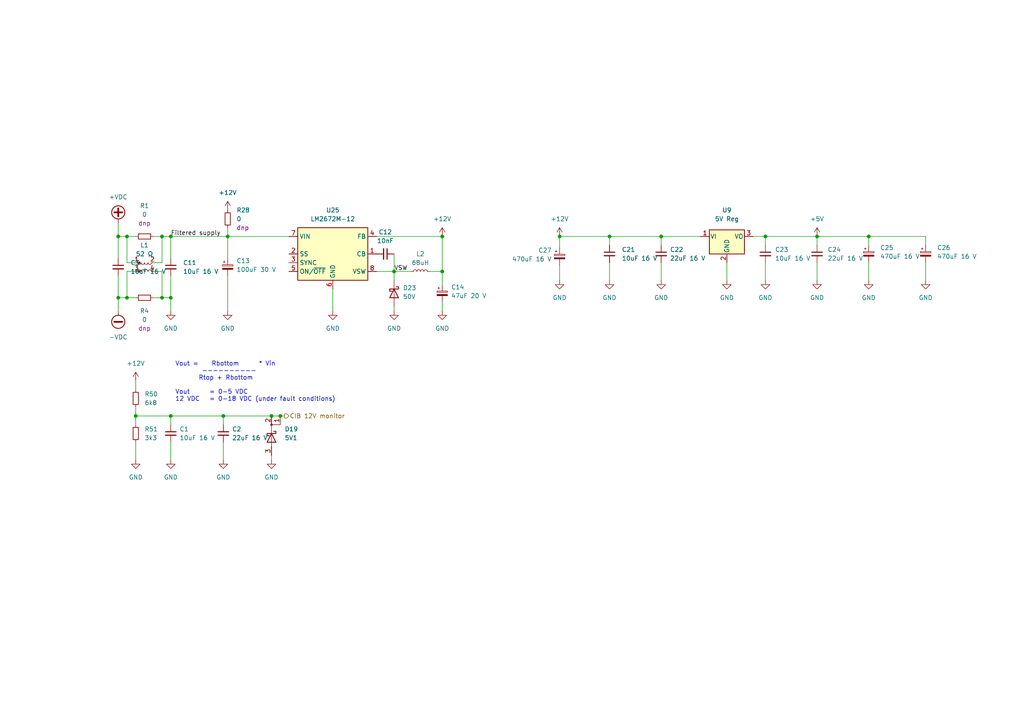
<source format=kicad_sch>
(kicad_sch (version 20211123) (generator eeschema)
  (paper "A4")
  (title_block (title "CIB PCB") (date "2022-05-27") (company "ChargePoint, Inc"))
  (lib_symbols
    (symbol "Device:C_Polarized_Small" (pin_numbers hide) (pin_names (offset 0.254) hide)
      (property "Reference" "C" (at 0.254 1.778 0))
      (property "Value" "C_Polarized_Small" (at 0.254 -2.032 0))
      (symbol "C_Polarized_Small_0_1"
        (rectangle (start -1.524 -0.3048) (end 1.524 -0.6858) (fill (type outline)))
        (rectangle (start -1.524 0.6858) (end 1.524 0.3048))
        (polyline (pts (xy -1.27 1.524) (xy -0.762 1.524)))
        (polyline (pts (xy -1.016 1.27) (xy -1.016 1.778)))
      )
      (symbol "C_Polarized_Small_1_1"
        (pin passive line (at 0 2.54 270) (length 1.8542) (name "~") (number "1"))
        (pin passive line (at 0 -2.54 90) (length 1.8542) (name "~") (number "2"))
      )
    )
    (symbol "Device:C_Small" (pin_numbers hide) (pin_names (offset 0.254) hide)
      (property "Reference" "C" (at 0.254 1.778 0))
      (property "Value" "C_Small" (at 0.254 -2.032 0))
      (symbol "C_Small_0_1"
        (polyline (pts (xy -1.524 -0.508) (xy 1.524 -0.508)) (stroke (width 0.3302)))
        (polyline (pts (xy -1.524 0.508) (xy 1.524 0.508)) (stroke (width 0.3048)))
      )
      (symbol "C_Small_1_1"
        (pin passive line (at 0 2.54 270) (length 2.032) (name "~") (number "1"))
        (pin passive line (at 0 -2.54 90) (length 2.032) (name "~") (number "2"))
      )
    )
    (symbol "Device:D_Schottky" (pin_numbers hide) (pin_names (offset 1.016) hide)
      (property "Reference" "D" (at 0 2.54 0))
      (property "Value" "D_Schottky" (at 0 -2.54 0))
      (symbol "D_Schottky_0_1"
        (polyline (pts (xy 1.27 0) (xy -1.27 0)))
        (polyline (pts (xy 1.27 1.27) (xy 1.27 -1.27) (xy -1.27 0) (xy 1.27 1.27)) (stroke (width 0.254)))
        (polyline (pts (xy -1.905 0.635) (xy -1.905 1.27) (xy -1.27 1.27) (xy -1.27 -1.27) (xy -0.635 -1.27) (xy -0.635 -0.635)) (stroke (width 0.254)))
      )
      (symbol "D_Schottky_1_1"
        (pin passive line (at -3.81 0 0) (length 2.54) (name "K") (number "1"))
        (pin passive line (at 3.81 0 180) (length 2.54) (name "A") (number "2"))
      )
    )
    (symbol "Device:D_Schottky_KKA" (pin_names (offset 0) hide)
      (property "Reference" "D" (at 0 2.54 0))
      (property "Value" "D_Schottky_KKA" (at 0 -2.54 0))
      (symbol "D_Schottky_KKA_0_1"
        (circle (center -3.81 0) (radius 0.254) (fill (type outline)))
        (polyline (pts (xy -5.08 2.54) (xy -3.81 2.54) (xy -3.81 0) (xy 2.54 0)))
        (polyline (pts (xy 1.27 1.27) (xy 1.27 -1.27) (xy -1.27 0) (xy 1.27 1.27)) (stroke (width 0.254)))
        (polyline (pts (xy -1.905 0.635) (xy -1.905 1.27) (xy -1.27 1.27) (xy -1.27 -1.27) (xy -0.635 -1.27) (xy -0.635 -0.635)) (stroke (width 0.254)))
      )
      (symbol "D_Schottky_KKA_1_1"
        (pin input line (at -6.35 2.54 0) (length 2.54) (name "K") (number "1"))
        (pin passive line (at -6.35 0 0) (length 2.54) (name "K") (number "2"))
        (pin passive line (at 5.08 0 180) (length 2.54) (name "A") (number "3"))
      )
    )
    (symbol "Device:L_Coupled_Small" (pin_names (offset 0.254) hide)
      (property "Reference" "L" (at 0 3.175 0))
      (property "Value" "L_Coupled_Small" (at 0 -3.175 0))
      (symbol "L_Coupled_Small_0_1"
        (arc (start -2.032 1.27) (mid -1.524 0.762) (end -1.016 1.27))
        (circle (center -1.524 -1.27) (radius 0.254) (fill (type outline)))
        (circle (center -1.524 1.27) (radius 0.254) (fill (type outline)))
        (arc (start -1.016 -1.27) (mid -1.524 -0.762) (end -2.032 -1.27))
        (arc (start -1.016 1.27) (mid -0.508 0.762) (end 0 1.27))
        (arc (start 0 -1.27) (mid -0.508 -0.762) (end -1.016 -1.27))
        (arc (start 0 1.27) (mid 0.508 0.762) (end 1.016 1.27))
        (arc (start 1.016 -1.27) (mid 0.508 -0.762) (end 0 -1.27))
        (arc (start 1.016 1.27) (mid 1.524 0.762) (end 2.032 1.27))
        (arc (start 2.032 -1.27) (mid 1.524 -0.762) (end 1.016 -1.27))
      )
      (symbol "L_Coupled_Small_1_1"
        (pin passive line (at -2.54 1.27 0) (length 0.508) (name "1") (number "1"))
        (pin passive line (at 2.54 1.27 180) (length 0.508) (name "2") (number "2"))
        (pin passive line (at -2.54 -1.27 0) (length 0.508) (name "3") (number "3"))
        (pin passive line (at 2.54 -1.27 180) (length 0.508) (name "4") (number "4"))
      )
    )
    (symbol "Device:L_Small" (pin_numbers hide) (pin_names (offset 0.254) hide)
      (property "Reference" "L" (at 0.762 1.016 0))
      (property "Value" "L_Small" (at 0.762 -1.016 0))
      (symbol "L_Small_0_1"
        (arc (start 0 -2.032) (mid 0.508 -1.524) (end 0 -1.016))
        (arc (start 0 -1.016) (mid 0.508 -0.508) (end 0 0))
        (arc (start 0 0) (mid 0.508 0.508) (end 0 1.016))
        (arc (start 0 1.016) (mid 0.508 1.524) (end 0 2.032))
      )
      (symbol "L_Small_1_1"
        (pin passive line (at 0 2.54 270) (length 0.508) (name "~") (number "1"))
        (pin passive line (at 0 -2.54 90) (length 0.508) (name "~") (number "2"))
      )
    )
    (symbol "Device:R_Small" (pin_numbers hide) (pin_names (offset 0.254) hide)
      (property "Reference" "R" (at 0.762 0.508 0))
      (property "Value" "R_Small" (at 0.762 -1.016 0))
      (symbol "R_Small_0_1"
        (rectangle (start -0.762 1.778) (end 0.762 -1.778) (stroke (width 0.2032)))
      )
      (symbol "R_Small_1_1"
        (pin passive line (at 0 2.54 270) (length 0.762) (name "~") (number "1"))
        (pin passive line (at 0 -2.54 90) (length 0.762) (name "~") (number "2"))
      )
    )
    (symbol "Regulator_Linear:KA78M05_TO252" (pin_names (offset 0.254))
      (property "Reference" "U" (at -3.81 3.175 0))
      (property "Value" "KA78M05_TO252" (at 0 3.175 0))
      (symbol "KA78M05_TO252_0_1"
        (rectangle (start -5.08 1.905) (end 5.08 -5.08) (stroke (width 0.254)) (fill (type background)))
      )
      (symbol "KA78M05_TO252_1_1"
        (pin power_in line (at -7.62 0 0) (length 2.54) (name "VI") (number "1"))
        (pin power_in line (at 0 -7.62 90) (length 2.54) (name "GND") (number "2"))
        (pin power_out line (at 7.62 0 180) (length 2.54) (name "VO") (number "3"))
      )
    )
    (symbol "Regulator_Switching:LM2672M-12"
      (property "Reference" "U" (at -10.16 8.89 0))
      (property "Value" "LM2672M-12" (at 0 8.89 0))
      (symbol "LM2672M-12_0_1"
        (rectangle (start -10.16 7.62) (end 10.16 -7.62) (stroke (width 0.254)) (fill (type background)))
      )
      (symbol "LM2672M-12_1_1"
        (pin input line (at 12.7 0 180) (length 2.54) (name "CB") (number "1"))
        (pin input line (at -12.7 0 0) (length 2.54) (name "SS") (number "2"))
        (pin input line (at -12.7 -2.54 0) (length 2.54) (name "SYNC") (number "3"))
        (pin input line (at 12.7 5.08 180) (length 2.54) (name "FB") (number "4"))
        (pin input line (at -12.7 -5.08 0) (length 2.54) (name "ON/~{OFF}") (number "5"))
        (pin power_in line (at 0 -10.16 90) (length 2.54) (name "GND") (number "6"))
        (pin power_in line (at -12.7 5.08 0) (length 2.54) (name "VIN") (number "7"))
        (pin output line (at 12.7 -5.08 180) (length 2.54) (name "VSW") (number "8"))
      )
    )
    (symbol "power:+12V" (power) (pin_names (offset 0))
      (property "Value" "+12V" (at 0 3.556 0))
      (symbol "+12V_0_1"
        (polyline (pts (xy -0.762 1.27) (xy 0 2.54)))
        (polyline (pts (xy 0 0) (xy 0 2.54)))
        (polyline (pts (xy 0 2.54) (xy 0.762 1.27)))
      )
      (symbol "+12V_1_1"
        (pin power_in line (at 0 0 90) (length 0) hide (name "+12V") (number "1"))
      )
    )
    (symbol "power:+5V" (power) (pin_names (offset 0))
      (property "Value" "+5V" (at 0 3.556 0))
      (symbol "+5V_0_1"
        (polyline (pts (xy -0.762 1.27) (xy 0 2.54)))
        (polyline (pts (xy 0 0) (xy 0 2.54)))
        (polyline (pts (xy 0 2.54) (xy 0.762 1.27)))
      )
      (symbol "+5V_1_1"
        (pin power_in line (at 0 0 90) (length 0) hide (name "+5V") (number "1"))
      )
    )
    (symbol "power:+VDC" (power) (pin_names (offset 0))
      (property "Value" "+VDC" (at 0 6.35 0))
      (symbol "+VDC_0_1"
        (polyline (pts (xy -1.143 3.175) (xy 1.143 3.175)) (stroke (width 0.508)))
        (polyline (pts (xy 0 0) (xy 0 1.27)))
        (polyline (pts (xy 0 2.032) (xy 0 4.318)) (stroke (width 0.508)))
        (circle (center 0 3.175) (radius 1.905) (stroke (width 0.254)))
      )
      (symbol "+VDC_1_1"
        (pin power_in line (at 0 0 90) (length 0) hide (name "+VDC") (number "1"))
      )
    )
    (symbol "power:-VDC" (power) (pin_names (offset 0))
      (property "Value" "-VDC" (at 0 6.35 0))
      (symbol "-VDC_0_1"
        (polyline (pts (xy -1.143 3.175) (xy 1.143 3.175)) (stroke (width 0.508)))
        (polyline (pts (xy 0 0) (xy 0 1.27)))
        (circle (center 0 3.175) (radius 1.905) (stroke (width 0.254)))
      )
      (symbol "-VDC_1_1"
        (pin power_in line (at 0 0 90) (length 0) hide (name "-VDC") (number "1"))
      )
    )
    (symbol "power:GND" (power) (pin_names (offset 0))
      (property "Value" "GND" (at 0 -3.81 0))
      (symbol "GND_0_1"
        (polyline (pts (xy 0 0) (xy 0 -1.27) (xy 1.27 -1.27) (xy 0 -2.54) (xy -1.27 -1.27) (xy 0 -1.27)))
      )
      (symbol "GND_1_1"
        (pin power_in line (at 0 0 270) (length 0) hide (name "GND") (number "1"))
      )
    )
  )
  (junction (at 46.99 86.36))
  (junction (at 221.996 68.58))
  (junction (at 128.27 78.74))
  (junction (at 49.53 86.36))
  (junction (at 128.27 68.58))
  (junction (at 46.99 68.58))
  (junction (at 162.306 68.58))
  (junction (at 114.3 78.74))
  (junction (at 34.29 86.36))
  (junction (at 176.784 68.58))
  (junction (at 191.77 68.58))
  (junction (at 236.982 68.58))
  (junction (at 39.37 120.65))
  (junction (at 64.77 120.65))
  (junction (at 36.83 68.58))
  (junction (at 36.83 86.36))
  (junction (at 49.53 120.65))
  (junction (at 66.04 68.58))
  (junction (at 251.968 68.58))
  (junction (at 81.28 120.65))
  (junction (at 34.29 68.58))
  (junction (at 78.74 120.65))
  (junction (at 49.53 68.58))
  (wire (pts (xy 191.77 71.12) (xy 191.77 68.58)))
  (wire (pts (xy 78.74 120.65) (xy 81.28 120.65)))
  (wire (pts (xy 46.99 86.36) (xy 49.53 86.36)))
  (wire (pts (xy 162.306 71.882) (xy 162.306 68.58)))
  (wire (pts (xy 218.44 68.58) (xy 221.996 68.58)))
  (wire (pts (xy 162.306 76.962) (xy 162.306 81.28)))
  (wire (pts (xy 34.29 86.36) (xy 36.83 86.36)))
  (wire (pts (xy 128.27 68.58) (xy 109.22 68.58)))
  (wire (pts (xy 34.29 86.36) (xy 34.29 90.17)))
  (wire (pts (xy 268.478 71.12) (xy 268.478 68.58)))
  (wire (pts (xy 39.37 76.2) (xy 36.83 76.2)))
  (wire (pts (xy 66.04 68.58) (xy 83.82 68.58)))
  (wire (pts (xy 221.996 71.12) (xy 221.996 68.58)))
  (wire (pts (xy 236.982 76.2) (xy 236.982 81.28)))
  (wire (pts (xy 49.53 128.27) (xy 49.53 133.35)))
  (wire (pts (xy 66.04 68.58) (xy 66.04 74.93)))
  (wire (pts (xy 96.52 83.82) (xy 96.52 90.17)))
  (wire (pts (xy 251.968 76.2) (xy 251.968 81.28)))
  (wire (pts (xy 128.27 87.63) (xy 128.27 90.17)))
  (wire (pts (xy 49.53 120.65) (xy 64.77 120.65)))
  (wire (pts (xy 210.82 76.2) (xy 210.82 81.28)))
  (wire (pts (xy 128.27 78.74) (xy 128.27 68.58)))
  (wire (pts (xy 114.3 78.74) (xy 114.3 73.66)))
  (wire (pts (xy 34.29 64.77) (xy 34.29 68.58)))
  (wire (pts (xy 49.53 86.36) (xy 49.53 90.17)))
  (wire (pts (xy 49.53 80.01) (xy 49.53 86.36)))
  (wire (pts (xy 236.982 68.58) (xy 251.968 68.58)))
  (wire (pts (xy 176.784 68.58) (xy 191.77 68.58)))
  (wire (pts (xy 191.77 76.2) (xy 191.77 81.28)))
  (wire (pts (xy 176.784 76.2) (xy 176.784 81.28)))
  (wire (pts (xy 268.478 76.2) (xy 268.478 81.28)))
  (wire (pts (xy 114.3 78.74) (xy 119.38 78.74)))
  (wire (pts (xy 36.83 86.36) (xy 39.37 86.36)))
  (wire (pts (xy 49.53 68.58) (xy 66.04 68.58)))
  (wire (pts (xy 44.45 68.58) (xy 46.99 68.58)))
  (wire (pts (xy 34.29 68.58) (xy 36.83 68.58)))
  (wire (pts (xy 34.29 68.58) (xy 34.29 74.93)))
  (wire (pts (xy 114.3 88.9) (xy 114.3 90.17)))
  (wire (pts (xy 46.99 78.74) (xy 46.99 86.36)))
  (wire (pts (xy 39.37 128.27) (xy 39.37 133.35)))
  (wire (pts (xy 66.04 80.01) (xy 66.04 90.17)))
  (wire (pts (xy 39.37 118.11) (xy 39.37 120.65)))
  (wire (pts (xy 36.83 76.2) (xy 36.83 68.58)))
  (wire (pts (xy 46.99 76.2) (xy 46.99 68.58)))
  (wire (pts (xy 191.77 68.58) (xy 203.2 68.58)))
  (wire (pts (xy 176.784 71.12) (xy 176.784 68.58)))
  (wire (pts (xy 251.968 68.58) (xy 251.968 71.12)))
  (wire (pts (xy 236.982 71.12) (xy 236.982 68.58)))
  (wire (pts (xy 221.996 76.2) (xy 221.996 81.28)))
  (wire (pts (xy 39.37 120.65) (xy 39.37 123.19)))
  (wire (pts (xy 36.83 68.58) (xy 39.37 68.58)))
  (wire (pts (xy 221.996 68.58) (xy 236.982 68.58)))
  (wire (pts (xy 46.99 68.58) (xy 49.53 68.58)))
  (wire (pts (xy 39.37 78.74) (xy 36.83 78.74)))
  (wire (pts (xy 128.27 82.55) (xy 128.27 78.74)))
  (wire (pts (xy 49.53 68.58) (xy 49.53 74.93)))
  (wire (pts (xy 162.306 68.58) (xy 176.784 68.58)))
  (wire (pts (xy 124.46 78.74) (xy 128.27 78.74)))
  (wire (pts (xy 109.22 78.74) (xy 114.3 78.74)))
  (wire (pts (xy 78.74 132.08) (xy 78.74 133.35)))
  (wire (pts (xy 44.45 86.36) (xy 46.99 86.36)))
  (wire (pts (xy 49.53 123.19) (xy 49.53 120.65)))
  (wire (pts (xy 34.29 80.01) (xy 34.29 86.36)))
  (wire (pts (xy 39.37 110.49) (xy 39.37 113.03)))
  (wire (pts (xy 64.77 128.27) (xy 64.77 133.35)))
  (wire (pts (xy 66.04 66.04) (xy 66.04 68.58)))
  (wire (pts (xy 78.74 120.65) (xy 78.74 123.19)))
  (wire (pts (xy 39.37 120.65) (xy 49.53 120.65)))
  (wire (pts (xy 44.45 78.74) (xy 46.99 78.74)))
  (wire (pts (xy 251.968 68.58) (xy 268.478 68.58)))
  (wire (pts (xy 64.77 123.19) (xy 64.77 120.65)))
  (wire (pts (xy 82.55 120.65) (xy 81.28 120.65)))
  (wire (pts (xy 36.83 78.74) (xy 36.83 86.36)))
  (wire (pts (xy 64.77 120.65) (xy 78.74 120.65)))
  (wire (pts (xy 44.45 76.2) (xy 46.99 76.2)))
  (wire (pts (xy 114.3 78.74) (xy 114.3 81.28)))
  (text "Vout =    Rbottom      * Vin\n	   ----------\n       Rtop + Rbottom\n\nVout	= 0-5 VDC\n12 VDC	= 0-18 VDC (under fault conditions)" (at 50.8 116.586 0) (effects (font (size 1.27 1.27)) (justify left bottom)))
  (label "VSW" (at 114.3 78.74 0))
  (label "Filtered supply" (at 49.53 68.58 0))
  (hierarchical_label "CIB 12V monitor" (shape output) (at 82.55 120.65 0))
  (symbol (lib_id "power:GND") (at 210.82 81.28 0) (unit 1)
    (property "Reference" "#PWR0107" (effects hide))
    (property "Value" "GND" (at 210.82 86.36 0))
  )
  (symbol (lib_id "Device:C_Polarized_Small") (at 268.478 73.66 0) (unit 1)
    (property "Reference" "C26" (at 271.78 71.8438 0) (effects (justify left)))
    (property "Value" "470uF 16 V" (at 271.78 74.3838 0) (effects (justify left)))
    (property "Footprint" "Capacitor_SMD:C_Elec_8x10.2" (effects hide))
    (property "Datasheet" "https://www.we-online.com/katalog/datasheet/865060353009.pdf" (effects hide))
    (property "DigiKey #" "732-8526-1-ND" (effects hide))
    (property "Manufacturer" "Würth Elektronik" (effects hide))
    (property "Manufacturer #" "865060353009" (effects hide))
    (property "Description" "470 µF 16 V Aluminum Electrolytic Capacitors Radial, Can - SMD 5000 Hrs @ 105°C" (effects hide))
    (property "DigiKey Price/Stock" "https://www.digikey.co.uk/en/products/detail/w%C3%BCrth-elektronik/865060353009/5728121?s=N4IgTCBcDaIOwGYwFoAcBWMA2ZBGZAcgCIgC6AvkA" (effects hide))
  )
  (symbol (lib_id "power:GND") (at 191.77 81.28 0) (unit 1)
    (property "Reference" "#PWR0106" (effects hide))
    (property "Value" "GND" (at 191.77 86.36 0))
  )
  (symbol (lib_id "Device:R_Small") (at 66.04 63.5 180) (unit 1)
    (property "Reference" "R28" (at 68.58 60.9599 0) (effects (justify right)))
    (property "Value" "0" (at 68.58 63.4999 0) (effects (justify right)))
    (property "Footprint" "Resistor_SMD:R_2010_5025Metric_Pad1.40x2.65mm_HandSolder" (effects hide))
    (property "Datasheet" "https://www.yageo.com/upload/media/product/productsearch/datasheet/rchip/PYu-RC_Group_51_RoHS_L_11.pdf" (effects hide))
    (property "Manufacturer" "YAGEO" (effects hide))
    (property "dnp" "dnp" (at 68.58 66.0399 0) (effects (justify right)))
    (property "DigiKey #" "YAG3380DKR-ND" (effects hide))
    (property "Farnell #" "9235523" (effects hide))
    (property "Manufacturer #" "RC2010JK-070RL " (effects hide))
  )
  (symbol (lib_id "power:GND") (at 236.982 81.28 0) (unit 1)
    (property "Reference" "#PWR0109" (effects hide))
    (property "Value" "GND" (at 236.982 86.36 0))
  )
  (symbol (lib_id "Device:L_Small") (at 121.92 78.74 90) (unit 1)
    (property "Reference" "L2" (at 121.92 73.66 90))
    (property "Value" "68uH" (at 121.92 76.2 90))
    (property "Footprint" "Inductor_SMD:L_Pulse_PA4344" (effects hide))
    (property "Datasheet" "https://productfinder.pulseeng.com/products/datasheets/SPM2007_47.pdf" (effects hide))
    (property "Field4" "PE-53830-S" (effects hide))
    (property "Field5" "Pulse Electronics Power" (effects hide))
    (property "Field6" "553-2094-1-ND" (effects hide))
    (property "Field7" "https://www.digikey.co.uk/en/products/detail/pulse-electronics-power/PE-53830SNLT/2266933" (effects hide))
    (property "Field8" "77 µH Shielded Toroidal Inductor 1.54 A 200m Ohm Nonstandard" (effects hide))
  )
  (symbol (lib_id "power:+12V") (at 162.306 68.58 0) (unit 1)
    (property "Reference" "#PWR0102" (effects hide))
    (property "Value" "+12V" (at 162.306 63.5 0))
  )
  (symbol (lib_id "power:GND") (at 64.77 133.35 0) (unit 1)
    (property "Reference" "#PWR0206" (effects hide))
    (property "Value" "GND" (at 64.77 138.43 0))
  )
  (symbol (lib_id "Regulator_Switching:LM2672M-12") (at 96.52 73.66 0) (unit 1)
    (property "Reference" "U25" (at 96.52 60.96 0))
    (property "Value" "LM2672M-12" (at 96.52 63.5 0))
    (property "Footprint" "Package_SO:SOIC-8_3.9x4.9mm_P1.27mm" (effects hide))
    (property "Datasheet" "http://www.ti.com/lit/ds/symlink/lm2672.pdf" (effects hide))
  )
  (symbol (lib_id "Device:L_Coupled_Small") (at 41.91 77.47 0) (unit 1)
    (property "Reference" "L1" (at 41.91 71.12 0))
    (property "Value" "52 Ω" (at 41.91 73.66 0))
    (property "Datasheet" "https://www.we-online.com/katalog/datasheet/7427521.pdf" (effects hide))
    (property "dnp" "dnp" (effects hide))
    (property "DigiKey #" "732-2358-1-ND" (effects hide))
    (property "DigiKey Price/Stock" "https://www.digikey.co.uk/en/products/detail/w%C3%BCrth-elektronik/7427521/2201796?s=N4IgTCBcDaIOwBYwFo4FYUEYQF0C%2BQA" (effects hide))
    (property "Manufacturer" "Würth Elektronik" (effects hide))
    (property "Manufacturer #" "7427521" (effects hide))
  )
  (symbol (lib_id "Device:C_Polarized_Small") (at 251.968 73.66 0) (unit 1)
    (property "Reference" "C25" (at 255.27 71.8438 0) (effects (justify left)))
    (property "Value" "470uF 16 V" (at 255.27 74.3838 0) (effects (justify left)))
    (property "Footprint" "Capacitor_SMD:C_Elec_8x10.2" (effects hide))
    (property "Datasheet" "https://www.we-online.com/katalog/datasheet/865060353009.pdf" (effects hide))
    (property "DigiKey #" "732-8526-1-ND" (effects hide))
    (property "Manufacturer" "Würth Elektronik" (effects hide))
    (property "Manufacturer #" "865060353009" (effects hide))
    (property "Description" "470 µF 16 V Aluminum Electrolytic Capacitors Radial, Can - SMD 5000 Hrs @ 105°C" (effects hide))
    (property "DigiKey Price/Stock" "https://www.digikey.co.uk/en/products/detail/w%C3%BCrth-elektronik/865060353009/5728121?s=N4IgTCBcDaIOwGYwFoAcBWMA2ZBGZAcgCIgC6AvkA" (effects hide))
  )
  (symbol (lib_id "Device:C_Polarized_Small") (at 162.306 74.422 0) (unit 1)
    (property "Reference" "C27" (at 160.02 72.6058 0) (effects (justify right)))
    (property "Value" "470uF 16 V" (at 160.02 75.1458 0) (effects (justify right)))
    (property "Footprint" "Capacitor_SMD:C_Elec_8x10.2" (effects hide))
    (property "Datasheet" "https://www.we-online.com/katalog/datasheet/865060353009.pdf" (effects hide))
    (property "DigiKey #" "732-8526-1-ND" (effects hide))
    (property "Manufacturer" "Würth Elektronik" (effects hide))
    (property "Manufacturer #" "865060353009" (effects hide))
    (property "Description" "470 µF 16 V Aluminum Electrolytic Capacitors Radial, Can - SMD 5000 Hrs @ 105°C" (effects hide))
    (property "DigiKey Price/Stock" "https://www.digikey.co.uk/en/products/detail/w%C3%BCrth-elektronik/865060353009/5728121?s=N4IgTCBcDaIOwGYwFoAcBWMA2ZBGZAcgCIgC6AvkA" (effects hide))
  )
  (symbol (lib_id "power:GND") (at 78.74 133.35 0) (unit 1)
    (property "Reference" "#PWR0208" (effects hide))
    (property "Value" "GND" (at 78.74 138.43 0))
  )
  (symbol (lib_id "power:GND") (at 39.37 133.35 0) (unit 1)
    (property "Reference" "#PWR0205" (effects hide))
    (property "Value" "GND" (at 39.37 138.43 0))
  )
  (symbol (lib_id "power:-VDC") (at 34.29 90.17 180) (unit 1)
    (property "Reference" "#PWR0395" (effects hide))
    (property "Value" "-VDC" (at 34.29 97.79 0))
  )
  (symbol (lib_id "Device:C_Small") (at 49.53 125.73 0) (unit 1)
    (property "Reference" "C1" (at 52.07 124.4662 0) (effects (justify left)))
    (property "Value" "10uF 16 V" (at 52.07 127.0062 0) (effects (justify left)))
    (property "Footprint" "Capacitor_SMD:C_1206_3216Metric_Pad1.33x1.80mm_HandSolder" (effects hide))
    (property "Datasheet" "https://media.digikey.com/pdf/Data%20Sheets/Samsung%20PDFs/CL31B106KOHNNNE_Spec.pdf" (effects hide))
    (property "Manufacturer #" "CL31A106KOHNNNE" (effects hide))
    (property "DigiKey #" "1276-1137-1-ND" (effects hide))
    (property "Manufacturer" "Samsung Electro-Mechanics" (effects hide))
    (property "Description" "10 µF ±10% 16V Ceramic Capacitor X5R 1206 (3216 Metric)" (effects hide))
    (property "DigiKey Price/Stock" "https://www.digikey.co.uk/en/products/detail/samsung-electro-mechanics/CL31A106KOHNNNE/3886795?s=N4IgTCBcDaIIxgOwDYC0c4GZHtQOQBEQBdAXyA" (effects hide))
  )
  (symbol (lib_id "power:GND") (at 114.3 90.17 0) (unit 1)
    (property "Reference" "#PWR0405" (effects hide))
    (property "Value" "GND" (at 114.3 95.25 0))
  )
  (symbol (lib_id "Device:C_Small") (at 221.996 73.66 0) (unit 1)
    (property "Reference" "C23" (at 224.79 72.3962 0) (effects (justify left)))
    (property "Value" "10uF 16 V" (at 224.79 74.9362 0) (effects (justify left)))
    (property "Footprint" "Capacitor_SMD:C_1206_3216Metric_Pad1.33x1.80mm_HandSolder" (effects hide))
    (property "Datasheet" "https://media.digikey.com/pdf/Data%20Sheets/Samsung%20PDFs/CL31B106KOHNNNE_Spec.pdf" (effects hide))
    (property "Manufacturer #" "CL31A106KOHNNNE" (effects hide))
    (property "DigiKey #" "1276-1137-1-ND" (effects hide))
    (property "Manufacturer" "Samsung Electro-Mechanics" (effects hide))
    (property "Description" "10 µF ±10% 16V Ceramic Capacitor X5R 1206 (3216 Metric)" (effects hide))
    (property "DigiKey Price/Stock" "https://www.digikey.co.uk/en/products/detail/samsung-electro-mechanics/CL31A106KOHNNNE/3886795?s=N4IgTCBcDaIIxgOwDYC0c4GZHtQOQBEQBdAXyA" (effects hide))
  )
  (symbol (lib_id "power:GND") (at 176.784 81.28 0) (unit 1)
    (property "Reference" "#PWR0105" (effects hide))
    (property "Value" "GND" (at 176.784 86.36 0))
  )
  (symbol (lib_id "power:GND") (at 96.52 90.17 0) (unit 1)
    (property "Reference" "#PWR0407" (effects hide))
    (property "Value" "GND" (at 96.52 95.25 0))
  )
  (symbol (lib_id "power:GND") (at 221.996 81.28 0) (unit 1)
    (property "Reference" "#PWR0108" (effects hide))
    (property "Value" "GND" (at 221.996 86.36 0))
  )
  (symbol (lib_id "Device:C_Polarized_Small") (at 128.27 85.09 0) (unit 1)
    (property "Reference" "C14" (at 130.81 83.2738 0) (effects (justify left)))
    (property "Value" "47uF 20 V" (at 130.81 85.8138 0) (effects (justify left)))
    (property "Footprint" "Capacitor_SMD:C_Elec_8x10.2" (effects hide))
    (property "Datasheet" "https://www.we-online.com/katalog/datasheet/865060353009.pdf" (effects hide))
    (property "DigiKey #" "732-8526-1-ND" (effects hide))
    (property "Manufacturer" "Würth Elektronik" (effects hide))
    (property "Manufacturer #" "865060353009" (effects hide))
    (property "Description" "470 µF 16 V Aluminum Electrolytic Capacitors Radial, Can - SMD 5000 Hrs @ 105°C" (effects hide))
    (property "DigiKey Price/Stock" "https://www.digikey.co.uk/en/products/detail/w%C3%BCrth-elektronik/865060353009/5728121?s=N4IgTCBcDaIOwGYwFoAcBWMA2ZBGZAcgCIgC6AvkA" (effects hide))
  )
  (symbol (lib_id "Device:C_Small") (at 191.77 73.66 0) (unit 1)
    (property "Reference" "C22" (at 194.31 72.3962 0) (effects (justify left)))
    (property "Value" "22uF 16 V" (at 194.31 74.9362 0) (effects (justify left)))
    (property "Footprint" "Capacitor_SMD:C_1206_3216Metric_Pad1.33x1.80mm_HandSolder" (effects hide))
    (property "Datasheet" "https://www.we-online.com/katalog/datasheet/885012108018.pdf" (effects hide))
    (property "Manufacturer #" "885012108018" (effects hide))
    (property "DigiKey #" "732-7642-1-ND" (effects hide))
    (property "Manufacturer" "Würth Elektronik" (effects hide))
    (property "Description" "22 µF ±20% 16V Ceramic Capacitor X5R 1206 (3216 Metric)" (effects hide))
    (property "DigiKey Price/Stock" "https://www.digikey.co.uk/en/products/detail/w%C3%BCrth-elektronik/885012108018/5453497?s=N4IgTCBcDaIOwGYwFo4DYAsKCMyByAIiALoC%2BQA" (effects hide))
  )
  (symbol (lib_id "Regulator_Linear:KA78M05_TO252") (at 210.82 68.58 0) (unit 1)
    (property "Reference" "U9" (at 210.82 60.96 0))
    (property "Value" "5V Reg" (at 210.82 63.5 0))
    (property "Footprint" "Package_TO_SOT_SMD:TO-252-2" (effects hide))
    (property "Datasheet" "https://fscdn.rohm.com/en/products/databook/datasheet/ic/power/linear_regulator/baxxbc0-e.pdf" (effects hide))
    (property "DigiKey #" "BA50BC0FP-E2CT-ND" (effects hide))
    (property "Manufacturer" "Rohm Semiconductor" (effects hide))
    (property "Manufacturer #" "BA50BC0FP-E2" (effects hide))
  )
  (symbol (lib_id "power:GND") (at 162.306 81.28 0) (unit 1)
    (property "Reference" "#PWR0104" (effects hide))
    (property "Value" "GND" (at 162.306 86.36 0))
  )
  (symbol (lib_id "power:+5V") (at 236.982 68.58 0) (unit 1)
    (property "Reference" "#PWR0103" (effects hide))
    (property "Value" "+5V" (at 236.982 63.5 0))
  )
  (symbol (lib_id "Device:C_Small") (at 111.76 73.66 270) (unit 1)
    (property "Reference" "C12" (at 111.7536 67.31 90))
    (property "Value" "10nF" (at 111.7536 69.85 90))
    (property "Footprint" "Capacitor_SMD:C_1206_3216Metric_Pad1.33x1.80mm_HandSolder" (effects hide))
    (property "Datasheet" "https://www.we-online.com/katalog/datasheet/885012108018.pdf" (effects hide))
    (property "Manufacturer #" "885012108018" (effects hide))
    (property "DigiKey #" "732-7642-1-ND" (effects hide))
    (property "Manufacturer" "Würth Elektronik" (effects hide))
    (property "Description" "22 µF ±20% 16V Ceramic Capacitor X5R 1206 (3216 Metric)" (effects hide))
    (property "DigiKey Price/Stock" "https://www.digikey.co.uk/en/products/detail/w%C3%BCrth-elektronik/885012108018/5453497?s=N4IgTCBcDaIOwGYwFo4DYAsKCMyByAIiALoC%2BQA" (effects hide))
  )
  (symbol (lib_id "power:GND") (at 251.968 81.28 0) (unit 1)
    (property "Reference" "#PWR0110" (effects hide))
    (property "Value" "GND" (at 251.968 86.36 0))
  )
  (symbol (lib_id "power:GND") (at 49.53 133.35 0) (unit 1)
    (property "Reference" "#PWR0207" (effects hide))
    (property "Value" "GND" (at 49.53 138.43 0))
  )
  (symbol (lib_id "Device:D_Schottky") (at 114.3 85.09 270) (unit 1)
    (property "Reference" "D23" (at 116.84 83.5024 90) (effects (justify left)))
    (property "Value" "50V" (at 116.84 86.0424 90) (effects (justify left)))
    (property "Footprint" "Diode_SMD:D_SMA_Handsoldering" (effects hide))
    (property "Datasheet" "https://diotec.com/tl_files/diotec/files/pdf/datasheets/sk12.pdf" (effects hide))
    (property "Field4" "SK15" (effects hide))
    (property "Field5" "Diotec Semiconductor" (effects hide))
    (property "Field6" "2721-SK15TR-ND" (effects hide))
    (property "Field7" "https://www.digikey.co.uk/en/products/detail/dcomponents/SK15/15860939" (effects hide))
    (property "Field8" "Diode Schottky 50 V 1A Surface Mount DO-214AC (SMA)" (effects hide))
  )
  (symbol (lib_id "Device:C_Small") (at 34.29 77.47 0) (unit 1)
    (property "Reference" "C3" (at 37.846 76.2062 0) (effects (justify left)))
    (property "Value" "10uF 16 V" (at 37.846 78.7462 0) (effects (justify left)))
    (property "Footprint" "Capacitor_SMD:C_1206_3216Metric_Pad1.33x1.80mm_HandSolder" (effects hide))
    (property "Datasheet" "https://media.digikey.com/pdf/Data%20Sheets/Samsung%20PDFs/CL31B106KOHNNNE_Spec.pdf" (effects hide))
    (property "Manufacturer #" "CL31A106KOHNNNE" (effects hide))
    (property "DigiKey #" "1276-1137-1-ND" (effects hide))
    (property "Manufacturer" "Samsung Electro-Mechanics" (effects hide))
    (property "Description" "10 µF ±10% 16V Ceramic Capacitor X5R 1206 (3216 Metric)" (effects hide))
    (property "DigiKey Price/Stock" "https://www.digikey.co.uk/en/products/detail/samsung-electro-mechanics/CL31A106KOHNNNE/3886795?s=N4IgTCBcDaIIxgOwDYC0c4GZHtQOQBEQBdAXyA" (effects hide))
  )
  (symbol (lib_id "power:GND") (at 128.27 90.17 0) (unit 1)
    (property "Reference" "#PWR0406" (effects hide))
    (property "Value" "GND" (at 128.27 95.25 0))
  )
  (symbol (lib_id "power:+VDC") (at 34.29 64.77 0) (unit 1)
    (property "Reference" "#PWR0404" (effects hide))
    (property "Value" "+VDC" (at 34.29 57.15 0))
  )
  (symbol (lib_id "Device:C_Small") (at 64.77 125.73 0) (unit 1)
    (property "Reference" "C2" (at 67.31 124.4662 0) (effects (justify left)))
    (property "Value" "22uF 16 V" (at 67.31 127.0062 0) (effects (justify left)))
    (property "Footprint" "Capacitor_SMD:C_1206_3216Metric_Pad1.33x1.80mm_HandSolder" (effects hide))
    (property "Datasheet" "https://www.we-online.com/katalog/datasheet/885012108018.pdf" (effects hide))
    (property "Manufacturer #" "885012108018" (effects hide))
    (property "DigiKey #" "732-7642-1-ND" (effects hide))
    (property "Manufacturer" "Würth Elektronik" (effects hide))
    (property "Description" "22 µF ±20% 16V Ceramic Capacitor X5R 1206 (3216 Metric)" (effects hide))
    (property "DigiKey Price/Stock" "https://www.digikey.co.uk/en/products/detail/w%C3%BCrth-elektronik/885012108018/5453497?s=N4IgTCBcDaIOwGYwFo4DYAsKCMyByAIiALoC%2BQA" (effects hide))
  )
  (symbol (lib_id "Device:R_Small") (at 39.37 115.57 0) (unit 1)
    (property "Reference" "R50" (at 41.91 114.2999 0) (effects (justify left)))
    (property "Value" "6k8" (at 41.91 116.8399 0) (effects (justify left)))
    (property "Footprint" "Resistor_SMD:R_1206_3216Metric_Pad1.30x1.75mm_HandSolder" (effects hide))
    (property "Datasheet" "https://industrial.panasonic.com/ww/products/pt/general-purpose-chip-resistors/models/ERJ6GEYJ681V" (effects hide))
    (property "DigiKey #" "P8.2KACT-ND" (effects hide))
    (property "Manufacturer #" "ERJ-6GEYJ822V" (effects hide))
    (property "Manufacturer" "Panasonic Electronics Company" (effects hide))
    (property "Farnell #" "2797374" (effects hide))
  )
  (symbol (lib_id "Device:R_Small") (at 41.91 86.36 90) (unit 1)
    (property "Reference" "R4" (at 41.91 90.17 90))
    (property "Value" "0" (at 41.91 92.71 90))
    (property "Footprint" "Resistor_SMD:R_2010_5025Metric_Pad1.40x2.65mm_HandSolder" (effects hide))
    (property "Datasheet" "https://www.yageo.com/upload/media/product/productsearch/datasheet/rchip/PYu-RC_Group_51_RoHS_L_11.pdf" (effects hide))
    (property "Manufacturer" "YAGEO" (effects hide))
    (property "dnp" "dnp" (at 41.91 95.25 90))
    (property "DigiKey #" "YAG3380DKR-ND" (effects hide))
    (property "Farnell #" "9235523" (effects hide))
    (property "Manufacturer #" "RC2010JK-070RL " (effects hide))
  )
  (symbol (lib_id "power:GND") (at 268.478 81.28 0) (unit 1)
    (property "Reference" "#PWR0111" (effects hide))
    (property "Value" "GND" (at 268.478 86.36 0))
  )
  (symbol (lib_id "Device:C_Small") (at 49.53 77.47 0) (unit 1)
    (property "Reference" "C11" (at 53.086 76.2062 0) (effects (justify left)))
    (property "Value" "10uF 16 V" (at 53.086 78.7462 0) (effects (justify left)))
    (property "Footprint" "Capacitor_SMD:C_1206_3216Metric_Pad1.33x1.80mm_HandSolder" (effects hide))
    (property "Datasheet" "https://media.digikey.com/pdf/Data%20Sheets/Samsung%20PDFs/CL31B106KOHNNNE_Spec.pdf" (effects hide))
    (property "Manufacturer #" "CL31A106KOHNNNE" (effects hide))
    (property "DigiKey #" "1276-1137-1-ND" (effects hide))
    (property "Manufacturer" "Samsung Electro-Mechanics" (effects hide))
    (property "Description" "10 µF ±10% 16V Ceramic Capacitor X5R 1206 (3216 Metric)" (effects hide))
    (property "DigiKey Price/Stock" "https://www.digikey.co.uk/en/products/detail/samsung-electro-mechanics/CL31A106KOHNNNE/3886795?s=N4IgTCBcDaIIxgOwDYC0c4GZHtQOQBEQBdAXyA" (effects hide))
  )
  (symbol (lib_id "Device:C_Small") (at 176.784 73.66 0) (unit 1)
    (property "Reference" "C21" (at 180.34 72.3962 0) (effects (justify left)))
    (property "Value" "10uF 16 V" (at 180.34 74.9362 0) (effects (justify left)))
    (property "Footprint" "Capacitor_SMD:C_1206_3216Metric_Pad1.33x1.80mm_HandSolder" (effects hide))
    (property "Datasheet" "https://media.digikey.com/pdf/Data%20Sheets/Samsung%20PDFs/CL31B106KOHNNNE_Spec.pdf" (effects hide))
    (property "Manufacturer #" "CL31A106KOHNNNE" (effects hide))
    (property "DigiKey #" "1276-1137-1-ND" (effects hide))
    (property "Manufacturer" "Samsung Electro-Mechanics" (effects hide))
    (property "Description" "10 µF ±10% 16V Ceramic Capacitor X5R 1206 (3216 Metric)" (effects hide))
    (property "DigiKey Price/Stock" "https://www.digikey.co.uk/en/products/detail/samsung-electro-mechanics/CL31A106KOHNNNE/3886795?s=N4IgTCBcDaIIxgOwDYC0c4GZHtQOQBEQBdAXyA" (effects hide))
  )
  (symbol (lib_id "Device:C_Small") (at 236.982 73.66 0) (unit 1)
    (property "Reference" "C24" (at 240.03 72.3962 0) (effects (justify left)))
    (property "Value" "22uF 16 V" (at 240.03 74.9362 0) (effects (justify left)))
    (property "Footprint" "Capacitor_SMD:C_1206_3216Metric_Pad1.33x1.80mm_HandSolder" (effects hide))
    (property "Datasheet" "https://www.we-online.com/katalog/datasheet/885012108018.pdf" (effects hide))
    (property "Manufacturer #" "885012108018" (effects hide))
    (property "DigiKey #" "732-7642-1-ND" (effects hide))
    (property "Manufacturer" "Würth Elektronik" (effects hide))
    (property "Description" "22 µF ±20% 16V Ceramic Capacitor X5R 1206 (3216 Metric)" (effects hide))
    (property "DigiKey Price/Stock" "https://www.digikey.co.uk/en/products/detail/w%C3%BCrth-elektronik/885012108018/5453497?s=N4IgTCBcDaIOwGYwFo4DYAsKCMyByAIiALoC%2BQA" (effects hide))
  )
  (symbol (lib_id "Device:R_Small") (at 41.91 68.58 270) (unit 1)
    (property "Reference" "R1" (at 41.91 59.69 90))
    (property "Value" "0" (at 41.91 62.23 90))
    (property "Footprint" "Resistor_SMD:R_2010_5025Metric_Pad1.40x2.65mm_HandSolder" (effects hide))
    (property "Datasheet" "https://www.yageo.com/upload/media/product/productsearch/datasheet/rchip/PYu-RC_Group_51_RoHS_L_11.pdf" (effects hide))
    (property "Manufacturer" "YAGEO" (effects hide))
    (property "dnp" "dnp" (at 41.91 64.77 90))
    (property "DigiKey #" "YAG3380DKR-ND" (effects hide))
    (property "Farnell #" "9235523" (effects hide))
    (property "Manufacturer #" "RC2010JK-070RL " (effects hide))
  )
  (symbol (lib_id "power:+12V") (at 128.27 68.58 0) (unit 1)
    (property "Reference" "#PWR0400" (effects hide))
    (property "Value" "+12V" (at 128.27 63.5 0))
  )
  (symbol (lib_id "power:GND") (at 66.04 90.17 0) (unit 1)
    (property "Reference" "#PWR0408" (effects hide))
    (property "Value" "GND" (at 66.04 95.25 0))
  )
  (symbol (lib_id "Device:R_Small") (at 39.37 125.73 0) (unit 1)
    (property "Reference" "R51" (at 41.91 124.4599 0) (effects (justify left)))
    (property "Value" "3k3" (at 41.91 126.9999 0) (effects (justify left)))
    (property "Footprint" "Resistor_SMD:R_1206_3216Metric_Pad1.30x1.75mm_HandSolder" (effects hide))
    (property "Datasheet" "https://industrial.panasonic.com/ww/products/pt/general-purpose-chip-resistors/models/ERJ6GEYJ681V" (effects hide))
    (property "DigiKey #" "P2.0KACT-ND" (effects hide))
    (property "Manufacturer #" "ERJ-6GEYJ202V" (effects hide))
    (property "Manufacturer" "Panasonic Electronics Company" (effects hide))
    (property "Farnell #" "2057707" (effects hide))
  )
  (symbol (lib_id "power:+12V") (at 39.37 110.49 0) (unit 1)
    (property "Reference" "#PWR0209" (effects hide))
    (property "Value" "+12V" (at 39.37 105.41 0))
  )
  (symbol (lib_id "power:+12V") (at 66.04 60.96 0) (unit 1)
    (property "Reference" "#PWR0415" (effects hide))
    (property "Value" "+12V" (at 66.04 55.88 0))
  )
  (symbol (lib_id "Device:C_Polarized_Small") (at 66.04 77.47 0) (unit 1)
    (property "Reference" "C13" (at 68.58 75.6538 0) (effects (justify left)))
    (property "Value" "100uF 30 V" (at 68.58 78.1938 0) (effects (justify left)))
    (property "Footprint" "Capacitor_SMD:C_Elec_8x10.2" (effects hide))
    (property "Datasheet" "https://www.we-online.com/katalog/datasheet/865060353009.pdf" (effects hide))
    (property "DigiKey #" "732-8526-1-ND" (effects hide))
    (property "Manufacturer" "Würth Elektronik" (effects hide))
    (property "Manufacturer #" "865060353009" (effects hide))
    (property "Description" "470 µF 16 V Aluminum Electrolytic Capacitors Radial, Can - SMD 5000 Hrs @ 105°C" (effects hide))
    (property "DigiKey Price/Stock" "https://www.digikey.co.uk/en/products/detail/w%C3%BCrth-elektronik/865060353009/5728121?s=N4IgTCBcDaIOwGYwFoAcBWMA2ZBGZAcgCIgC6AvkA" (effects hide))
  )
  (symbol (lib_id "Device:D_Schottky_KKA") (at 78.74 127 270) (unit 1)
    (property "Reference" "D19" (at 82.55 124.4599 90) (effects (justify left)))
    (property "Value" "5V1" (at 82.55 126.9999 90) (effects (justify left)))
    (property "Footprint" "Package_TO_SOT_SMD:SOT-23_Handsoldering" (effects hide))
    (property "Description" "Zener Diode 5.1 V 225 mW ±6% Surface Mount SOT-23-3 (TO-236)" (effects hide))
    (property "Manufacturer" "Onsemi" (effects hide))
    (property "Manufacturer #" "BZX84C5V1LT3G" (effects hide))
    (property "DigiKey #" "BZX84C5V1LT3GOSCT-ND" (effects hide))
    (property "DigiKey Price/Stock" "https://www.digikey.co.uk/en/products/detail/onsemi/BZX84C5V1LT3G/1476354?s=N4IgTCBcDaIEIC0AaAOALAYQKwDUCMAMgCoDMA4gPIDKGRAtAHIAiIAugL5A" (effects hide))
  )
  (symbol (lib_id "power:GND") (at 49.53 90.17 0) (unit 1)
    (property "Reference" "#PWR0396" (effects hide))
    (property "Value" "GND" (at 49.53 95.25 0))
  )
)
</source>
